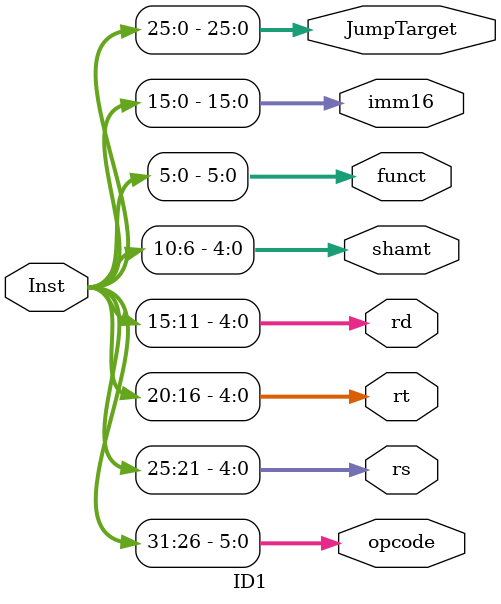
<source format=v>
`timescale 1ns / 1ps

module ID1(
    input [31:0]Inst,
    output [5:0]opcode,
    output [4:0]rs,
    output [4:0]rt,
    output [4:0]rd,
    output [4:0]shamt,
    output [5:0]funct,
    output [15:0]imm16,
    output [25:0]JumpTarget
    );

    assign opcode=Inst[31:26];
    assign rs=Inst[25:21];
    assign rt=Inst[20:16];
    assign rd=Inst[15:11];
    assign shamt=Inst[10:6];
    assign funct=Inst[5:0];
    assign imm16=Inst[15:0];
    assign JumpTarget=Inst[25:0];
endmodule
</source>
